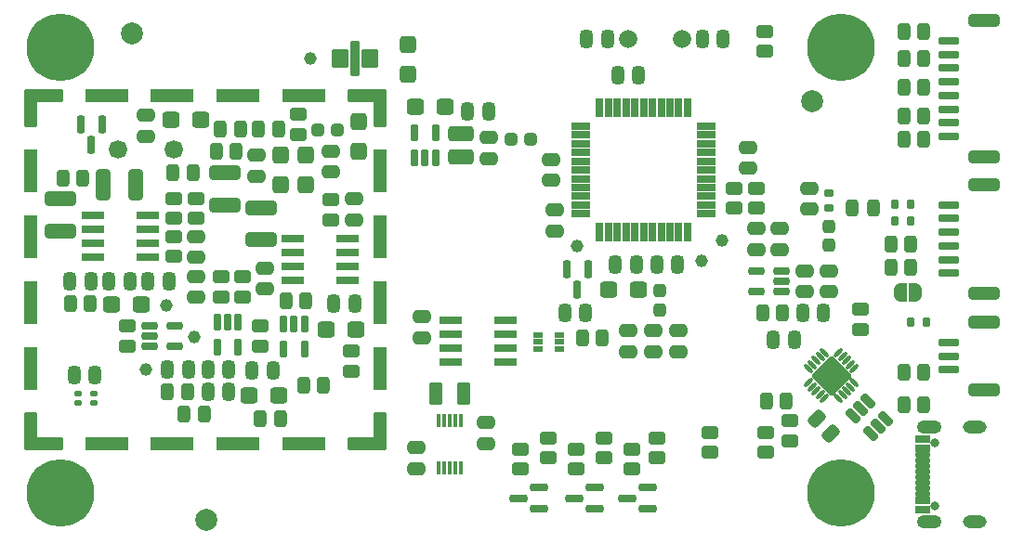
<source format=gbr>
%TF.GenerationSoftware,KiCad,Pcbnew,7.0.9-7.0.9~ubuntu23.04.1*%
%TF.CreationDate,2023-12-01T23:47:13+00:00*%
%TF.ProjectId,USTSIPIN02,55535453-4950-4494-9e30-322e6b696361,02A*%
%TF.SameCoordinates,Original*%
%TF.FileFunction,Soldermask,Bot*%
%TF.FilePolarity,Negative*%
%FSLAX46Y46*%
G04 Gerber Fmt 4.6, Leading zero omitted, Abs format (unit mm)*
G04 Created by KiCad (PCBNEW 7.0.9-7.0.9~ubuntu23.04.1) date 2023-12-01 23:47:13*
%MOMM*%
%LPD*%
G01*
G04 APERTURE LIST*
G04 Aperture macros list*
%AMRoundRect*
0 Rectangle with rounded corners*
0 $1 Rounding radius*
0 $2 $3 $4 $5 $6 $7 $8 $9 X,Y pos of 4 corners*
0 Add a 4 corners polygon primitive as box body*
4,1,4,$2,$3,$4,$5,$6,$7,$8,$9,$2,$3,0*
0 Add four circle primitives for the rounded corners*
1,1,$1+$1,$2,$3*
1,1,$1+$1,$4,$5*
1,1,$1+$1,$6,$7*
1,1,$1+$1,$8,$9*
0 Add four rect primitives between the rounded corners*
20,1,$1+$1,$2,$3,$4,$5,0*
20,1,$1+$1,$4,$5,$6,$7,0*
20,1,$1+$1,$6,$7,$8,$9,0*
20,1,$1+$1,$8,$9,$2,$3,0*%
%AMFreePoly0*
4,1,38,0.551423,0.811284,0.578785,0.763892,0.580000,0.750000,0.580000,-0.750000,0.561284,-0.801423,0.513892,-0.828785,0.500000,-0.830000,0.000000,-0.830000,-0.013982,-0.824911,-0.071157,-0.824911,-0.093696,-0.821670,-0.230247,-0.781575,-0.250959,-0.772116,-0.370681,-0.695175,-0.387890,-0.680264,-0.481087,-0.572709,-0.493398,-0.553553,-0.552517,-0.424099,-0.558932,-0.402251,-0.579186,-0.261385,
-0.580000,-0.250000,-0.580000,0.250000,-0.579186,0.261385,-0.558932,0.402251,-0.552517,0.424099,-0.493398,0.553553,-0.481087,0.572709,-0.387890,0.680264,-0.370681,0.695175,-0.250959,0.772116,-0.230247,0.781575,-0.093696,0.821670,-0.071157,0.824911,-0.020602,0.824911,-0.013892,0.828785,0.000000,0.830000,0.500000,0.830000,0.551423,0.811284,0.551423,0.811284,$1*%
%AMFreePoly1*
4,1,38,0.013982,0.824911,0.071157,0.824911,0.093696,0.821670,0.230247,0.781575,0.250959,0.772116,0.370681,0.695175,0.387890,0.680264,0.481087,0.572709,0.493398,0.553553,0.552517,0.424099,0.558932,0.402251,0.579186,0.261385,0.580000,0.250000,0.580000,-0.250000,0.579186,-0.261385,0.558932,-0.402251,0.552517,-0.424099,0.493398,-0.553553,0.481087,-0.572709,0.387890,-0.680264,
0.370681,-0.695175,0.250959,-0.772116,0.230247,-0.781575,0.093696,-0.821670,0.071157,-0.824911,0.020602,-0.824911,0.013892,-0.828785,0.000000,-0.830000,-0.500000,-0.830000,-0.551423,-0.811284,-0.578785,-0.763892,-0.580000,-0.750000,-0.580000,0.750000,-0.561284,0.801423,-0.513892,0.828785,-0.500000,0.830000,0.000000,0.830000,0.013982,0.824911,0.013982,0.824911,$1*%
G04 Aperture macros list end*
%ADD10C,6.160000*%
%ADD11C,1.684000*%
%ADD12C,1.660000*%
%ADD13RoundRect,0.330000X0.250000X0.475000X-0.250000X0.475000X-0.250000X-0.475000X0.250000X-0.475000X0*%
%ADD14RoundRect,0.330000X1.100000X-0.325000X1.100000X0.325000X-1.100000X0.325000X-1.100000X-0.325000X0*%
%ADD15RoundRect,0.330000X-0.250000X-0.475000X0.250000X-0.475000X0.250000X0.475000X-0.250000X0.475000X0*%
%ADD16RoundRect,0.330000X0.450000X0.425000X-0.450000X0.425000X-0.450000X-0.425000X0.450000X-0.425000X0*%
%ADD17RoundRect,0.330000X0.475000X-0.250000X0.475000X0.250000X-0.475000X0.250000X-0.475000X-0.250000X0*%
%ADD18RoundRect,0.330000X-0.450000X0.262500X-0.450000X-0.262500X0.450000X-0.262500X0.450000X0.262500X0*%
%ADD19RoundRect,0.330000X0.262500X0.450000X-0.262500X0.450000X-0.262500X-0.450000X0.262500X-0.450000X0*%
%ADD20RoundRect,0.330000X0.450000X-0.262500X0.450000X0.262500X-0.450000X0.262500X-0.450000X-0.262500X0*%
%ADD21RoundRect,0.230000X-0.825000X-0.150000X0.825000X-0.150000X0.825000X0.150000X-0.825000X0.150000X0*%
%ADD22RoundRect,0.230000X-0.150000X0.512500X-0.150000X-0.512500X0.150000X-0.512500X0.150000X0.512500X0*%
%ADD23RoundRect,0.330000X-0.475000X0.250000X-0.475000X-0.250000X0.475000X-0.250000X0.475000X0.250000X0*%
%ADD24RoundRect,0.230000X-0.512500X-0.150000X0.512500X-0.150000X0.512500X0.150000X-0.512500X0.150000X0*%
%ADD25RoundRect,0.330000X-0.425000X0.450000X-0.425000X-0.450000X0.425000X-0.450000X0.425000X0.450000X0*%
%ADD26RoundRect,0.323750X-0.243750X-0.456250X0.243750X-0.456250X0.243750X0.456250X-0.243750X0.456250X0*%
%ADD27RoundRect,0.330000X-0.850000X0.375000X-0.850000X-0.375000X0.850000X-0.375000X0.850000X0.375000X0*%
%ADD28RoundRect,0.330000X0.425000X-0.450000X0.425000X0.450000X-0.425000X0.450000X-0.425000X-0.450000X0*%
%ADD29RoundRect,0.330000X-0.450000X-0.425000X0.450000X-0.425000X0.450000X0.425000X-0.450000X0.425000X0*%
%ADD30RoundRect,0.080000X0.650000X0.750000X-0.650000X0.750000X-0.650000X-0.750000X0.650000X-0.750000X0*%
%ADD31RoundRect,0.080000X0.350000X1.500000X-0.350000X1.500000X-0.350000X-1.500000X0.350000X-1.500000X0*%
%ADD32RoundRect,0.230000X0.150000X-0.512500X0.150000X0.512500X-0.150000X0.512500X-0.150000X-0.512500X0*%
%ADD33RoundRect,0.080000X-0.275000X0.750000X-0.275000X-0.750000X0.275000X-0.750000X0.275000X0.750000X0*%
%ADD34RoundRect,0.080000X0.750000X0.275000X-0.750000X0.275000X-0.750000X-0.275000X0.750000X-0.275000X0*%
%ADD35RoundRect,0.317500X0.237500X-0.287500X0.237500X0.287500X-0.237500X0.287500X-0.237500X-0.287500X0*%
%ADD36RoundRect,0.080000X-0.125000X0.550000X-0.125000X-0.550000X0.125000X-0.550000X0.125000X0.550000X0*%
%ADD37RoundRect,0.080000X-0.500000X-0.900000X0.500000X-0.900000X0.500000X0.900000X-0.500000X0.900000X0*%
%ADD38RoundRect,0.330000X-1.100000X0.325000X-1.100000X-0.325000X1.100000X-0.325000X1.100000X0.325000X0*%
%ADD39RoundRect,0.330000X-0.262500X-0.450000X0.262500X-0.450000X0.262500X0.450000X-0.262500X0.450000X0*%
%ADD40RoundRect,0.080000X-0.500000X-0.500000X0.500000X-0.500000X0.500000X0.500000X-0.500000X0.500000X0*%
%ADD41RoundRect,0.080000X-0.500000X-1.150000X0.500000X-1.150000X0.500000X1.150000X-0.500000X1.150000X0*%
%ADD42RoundRect,0.080000X-0.500000X-1.900000X0.500000X-1.900000X0.500000X1.900000X-0.500000X1.900000X0*%
%ADD43RoundRect,0.080000X-1.150000X-0.500000X1.150000X-0.500000X1.150000X0.500000X-1.150000X0.500000X0*%
%ADD44RoundRect,0.080000X-1.900000X-0.500000X1.900000X-0.500000X1.900000X0.500000X-1.900000X0.500000X0*%
%ADD45RoundRect,0.230000X-0.700000X0.150000X-0.700000X-0.150000X0.700000X-0.150000X0.700000X0.150000X0*%
%ADD46RoundRect,0.330000X-1.100000X0.250000X-1.100000X-0.250000X1.100000X-0.250000X1.100000X0.250000X0*%
%ADD47RoundRect,0.230000X0.587500X0.150000X-0.587500X0.150000X-0.587500X-0.150000X0.587500X-0.150000X0*%
%ADD48C,2.000000*%
%ADD49RoundRect,0.317500X-0.237500X0.287500X-0.237500X-0.287500X0.237500X-0.287500X0.237500X0.287500X0*%
%ADD50RoundRect,0.330000X-0.325000X-1.100000X0.325000X-1.100000X0.325000X1.100000X-0.325000X1.100000X0*%
%ADD51RoundRect,0.230000X-0.150000X0.587500X-0.150000X-0.587500X0.150000X-0.587500X0.150000X0.587500X0*%
%ADD52RoundRect,0.230000X0.150000X0.200000X-0.150000X0.200000X-0.150000X-0.200000X0.150000X-0.200000X0*%
%ADD53C,1.160000*%
%ADD54C,0.810000*%
%ADD55RoundRect,0.080000X-0.575000X0.300000X-0.575000X-0.300000X0.575000X-0.300000X0.575000X0.300000X0*%
%ADD56RoundRect,0.080000X-0.575000X0.150000X-0.575000X-0.150000X0.575000X-0.150000X0.575000X0.150000X0*%
%ADD57O,2.160000X1.160000*%
%ADD58O,2.260000X1.210000*%
%ADD59RoundRect,0.230000X-0.468458X0.256326X0.256326X-0.468458X0.468458X-0.256326X-0.256326X0.468458X0*%
%ADD60FreePoly0,0.000000*%
%ADD61FreePoly1,0.000000*%
%ADD62RoundRect,0.080000X-0.250000X-0.150000X0.250000X-0.150000X0.250000X0.150000X-0.250000X0.150000X0*%
%ADD63RoundRect,0.142500X0.203293X0.291682X-0.291682X-0.203293X-0.203293X-0.291682X0.291682X0.203293X0*%
%ADD64RoundRect,0.142500X-0.203293X0.291682X-0.291682X0.203293X0.203293X-0.291682X0.291682X-0.203293X0*%
%ADD65RoundRect,0.080000X0.000000X1.767767X-1.767767X0.000000X0.000000X-1.767767X1.767767X0.000000X0*%
%ADD66RoundRect,0.317500X0.287500X0.237500X-0.287500X0.237500X-0.287500X-0.237500X0.287500X-0.237500X0*%
%ADD67RoundRect,0.317500X-0.287500X-0.237500X0.287500X-0.237500X0.287500X0.237500X-0.287500X0.237500X0*%
%ADD68RoundRect,0.230000X-0.200000X0.150000X-0.200000X-0.150000X0.200000X-0.150000X0.200000X0.150000X0*%
%ADD69RoundRect,0.230000X0.512500X0.150000X-0.512500X0.150000X-0.512500X-0.150000X0.512500X-0.150000X0*%
%ADD70RoundRect,0.330000X-0.512652X-0.159099X-0.159099X-0.512652X0.512652X0.159099X0.159099X0.512652X0*%
%ADD71RoundRect,0.080000X0.325000X0.200000X-0.325000X0.200000X-0.325000X-0.200000X0.325000X-0.200000X0*%
%ADD72RoundRect,0.230000X0.825000X0.150000X-0.825000X0.150000X-0.825000X-0.150000X0.825000X-0.150000X0*%
G04 APERTURE END LIST*
D10*
%TO.C,M2*%
X174972341Y-78676927D03*
%TD*%
%TO.C,M3*%
X103852341Y-78676927D03*
%TD*%
%TO.C,M4*%
X103852341Y-119316927D03*
%TD*%
D11*
%TO.C,D2*%
X114132341Y-87996927D03*
X109132341Y-87996927D03*
%TD*%
D10*
%TO.C,M1*%
X174972341Y-119316927D03*
%TD*%
D12*
%TO.C,Y1*%
X155580541Y-77965727D03*
X160460541Y-77965727D03*
%TD*%
D13*
%TO.C,C1*%
X142851541Y-84518927D03*
X140951541Y-84518927D03*
%TD*%
D14*
%TO.C,C3*%
X103852341Y-95493527D03*
X103852341Y-92543527D03*
%TD*%
D13*
%TO.C,C4*%
X107012140Y-108623527D03*
X105112140Y-108623527D03*
%TD*%
%TO.C,C5*%
X106605741Y-100012927D03*
X104705741Y-100012927D03*
%TD*%
D15*
%TO.C,C6*%
X111843141Y-100012927D03*
X113743141Y-100012927D03*
%TD*%
D16*
%TO.C,C7*%
X130780141Y-104457927D03*
X128080141Y-104457927D03*
%TD*%
%TO.C,C8*%
X123769741Y-110426927D03*
X121069741Y-110426927D03*
%TD*%
D15*
%TO.C,C9*%
X117278741Y-110096727D03*
X119178741Y-110096727D03*
%TD*%
D13*
%TO.C,C10*%
X110187141Y-100012927D03*
X108287141Y-100012927D03*
%TD*%
D16*
%TO.C,C11*%
X111171341Y-102146527D03*
X108471341Y-102146527D03*
%TD*%
D13*
%TO.C,C12*%
X130659541Y-102044927D03*
X128759541Y-102044927D03*
%TD*%
%TO.C,C13*%
X123217341Y-108217127D03*
X121317341Y-108217127D03*
%TD*%
D15*
%TO.C,C14*%
X117278741Y-108064727D03*
X119178741Y-108064727D03*
%TD*%
D17*
%TO.C,C15*%
X116222141Y-97864127D03*
X116222141Y-95964127D03*
%TD*%
%TO.C,C16*%
X116222141Y-101496327D03*
X116222141Y-99596327D03*
%TD*%
D14*
%TO.C,C17*%
X122140341Y-96280927D03*
X122140341Y-93330927D03*
%TD*%
D17*
%TO.C,C18*%
X122495941Y-100759727D03*
X122495941Y-98859727D03*
%TD*%
%TO.C,C19*%
X130623941Y-94435127D03*
X130623941Y-92535127D03*
%TD*%
D18*
%TO.C,R3*%
X130369941Y-106415627D03*
X130369941Y-108240627D03*
%TD*%
D19*
%TO.C,R4*%
X123891041Y-112560527D03*
X122066041Y-112560527D03*
%TD*%
%TO.C,R5*%
X116956841Y-112154127D03*
X115131841Y-112154127D03*
%TD*%
%TO.C,R6*%
X106568241Y-102095727D03*
X104743241Y-102095727D03*
%TD*%
D18*
%TO.C,R7*%
X114190141Y-92496427D03*
X114190141Y-94321427D03*
%TD*%
D20*
%TO.C,R8*%
X116196741Y-94321427D03*
X116196741Y-92496427D03*
%TD*%
%TO.C,R9*%
X114190141Y-97801227D03*
X114190141Y-95976227D03*
%TD*%
D18*
%TO.C,R10*%
X118457341Y-99659227D03*
X118457341Y-101484227D03*
%TD*%
D20*
%TO.C,R11*%
X120438541Y-101458827D03*
X120438541Y-99633827D03*
%TD*%
%TO.C,R12*%
X122064141Y-105980027D03*
X122064141Y-104155027D03*
%TD*%
D19*
%TO.C,R13*%
X126227841Y-101867127D03*
X124402841Y-101867127D03*
%TD*%
D21*
%TO.C,U1*%
X106812941Y-97853927D03*
X106812941Y-96583927D03*
X106812941Y-95313927D03*
X106812941Y-94043927D03*
X111762941Y-94043927D03*
X111762941Y-95313927D03*
X111762941Y-96583927D03*
X111762941Y-97853927D03*
%TD*%
D22*
%TO.C,U4*%
X124187541Y-103955427D03*
X125137541Y-103955427D03*
X126087541Y-103955427D03*
X126087541Y-106230427D03*
X124187541Y-106230427D03*
%TD*%
%TO.C,U5*%
X118116941Y-103803027D03*
X119066941Y-103803027D03*
X120016941Y-103803027D03*
X120016941Y-106078027D03*
X118116941Y-106078027D03*
%TD*%
D18*
%TO.C,R2*%
X109922941Y-104155027D03*
X109922941Y-105980027D03*
%TD*%
D21*
%TO.C,U2*%
X125050141Y-99987527D03*
X125050141Y-98717527D03*
X125050141Y-97447527D03*
X125050141Y-96177527D03*
X130000141Y-96177527D03*
X130000141Y-97447527D03*
X130000141Y-98717527D03*
X130000141Y-99987527D03*
%TD*%
D19*
%TO.C,R1*%
X127828041Y-109537927D03*
X126003041Y-109537927D03*
%TD*%
D23*
%TO.C,C2*%
X121733941Y-88572727D03*
X121733941Y-90472727D03*
%TD*%
D24*
%TO.C,U3*%
X112011241Y-106017527D03*
X112011241Y-105067527D03*
X112011241Y-104117527D03*
X114286241Y-104117527D03*
X114286241Y-106017527D03*
%TD*%
D25*
%TO.C,C21*%
X126204341Y-88553727D03*
X126204341Y-91253727D03*
%TD*%
D26*
%TO.C,F2*%
X176016041Y-93358127D03*
X177891041Y-93358127D03*
%TD*%
D27*
%TO.C,L3*%
X140377541Y-86568127D03*
X140377541Y-88718127D03*
%TD*%
D28*
%TO.C,C50*%
X135500741Y-81195327D03*
X135500741Y-78495327D03*
%TD*%
D29*
%TO.C,C42*%
X136182741Y-84112527D03*
X138882741Y-84112527D03*
%TD*%
D30*
%TO.C,C52*%
X131999341Y-79692927D03*
D31*
X130649341Y-79692927D03*
D30*
X129299341Y-79692927D03*
%TD*%
D15*
%TO.C,C44*%
X154413541Y-98535727D03*
X156313541Y-98535727D03*
%TD*%
D29*
%TO.C,C40*%
X153828141Y-100821727D03*
X156528141Y-100821727D03*
%TD*%
D13*
%TO.C,C31*%
X160065141Y-98535727D03*
X158165141Y-98535727D03*
%TD*%
D23*
%TO.C,C27*%
X157903541Y-104549327D03*
X157903541Y-106449327D03*
%TD*%
D32*
%TO.C,U8*%
X138025541Y-88780627D03*
X137075541Y-88780627D03*
X136125541Y-88780627D03*
X136125541Y-86505627D03*
X138025541Y-86505627D03*
%TD*%
D33*
%TO.C,U10*%
X152989141Y-84203727D03*
X153789141Y-84203727D03*
X154589141Y-84203727D03*
X155389141Y-84203727D03*
X156189141Y-84203727D03*
X156989141Y-84203727D03*
X157789141Y-84203727D03*
X158589141Y-84203727D03*
X159389141Y-84203727D03*
X160189141Y-84203727D03*
X160989141Y-84203727D03*
D34*
X162689141Y-85903727D03*
X162689141Y-86703727D03*
X162689141Y-87503727D03*
X162689141Y-88303727D03*
X162689141Y-89103727D03*
X162689141Y-89903727D03*
X162689141Y-90703727D03*
X162689141Y-91503727D03*
X162689141Y-92303727D03*
X162689141Y-93103727D03*
X162689141Y-93903727D03*
D33*
X160989141Y-95603727D03*
X160189141Y-95603727D03*
X159389141Y-95603727D03*
X158589141Y-95603727D03*
X157789141Y-95603727D03*
X156989141Y-95603727D03*
X156189141Y-95603727D03*
X155389141Y-95603727D03*
X154589141Y-95603727D03*
X153789141Y-95603727D03*
X152989141Y-95603727D03*
D34*
X151289141Y-93903727D03*
X151289141Y-93103727D03*
X151289141Y-92303727D03*
X151289141Y-91503727D03*
X151289141Y-90703727D03*
X151289141Y-89903727D03*
X151289141Y-89103727D03*
X151289141Y-88303727D03*
X151289141Y-87503727D03*
X151289141Y-86703727D03*
X151289141Y-85903727D03*
%TD*%
D20*
%TO.C,R20*%
X165218741Y-93407027D03*
X165218741Y-91582027D03*
%TD*%
D19*
%TO.C,R23*%
X169638841Y-102932927D03*
X167813841Y-102932927D03*
%TD*%
D23*
%TO.C,C26*%
X155617541Y-104549327D03*
X155617541Y-106449327D03*
%TD*%
%TO.C,C28*%
X160138741Y-104549327D03*
X160138741Y-106449327D03*
%TD*%
D13*
%TO.C,C30*%
X153671941Y-77965727D03*
X151771941Y-77965727D03*
%TD*%
D15*
%TO.C,C33*%
X162338341Y-77965727D03*
X164238341Y-77965727D03*
%TD*%
%TO.C,C34*%
X154609141Y-81263727D03*
X156509141Y-81263727D03*
%TD*%
D17*
%TO.C,C35*%
X148556341Y-90853727D03*
X148556341Y-88953727D03*
%TD*%
%TO.C,C39*%
X166481142Y-89732127D03*
X166481142Y-87832127D03*
%TD*%
D15*
%TO.C,C43*%
X171456341Y-102952927D03*
X173356341Y-102952927D03*
%TD*%
D17*
%TO.C,C47*%
X136307141Y-117128927D03*
X136307141Y-115228927D03*
%TD*%
D35*
%TO.C,L1*%
X158462341Y-102665927D03*
X158462341Y-100915927D03*
%TD*%
D20*
%TO.C,R21*%
X167250741Y-93407027D03*
X167250741Y-91582027D03*
%TD*%
D36*
%TO.C,U11*%
X138304341Y-112758927D03*
X138804341Y-112758927D03*
X139304341Y-112758927D03*
X139804341Y-112758927D03*
X140304341Y-112758927D03*
X140304341Y-117058927D03*
X139804341Y-117058927D03*
X139304341Y-117058927D03*
X138804341Y-117058927D03*
X138304341Y-117058927D03*
%TD*%
D37*
%TO.C,Y2*%
X140554341Y-110336927D03*
X138054341Y-110336927D03*
%TD*%
D25*
%TO.C,C23*%
X123892941Y-88579127D03*
X123892941Y-91279127D03*
%TD*%
D38*
%TO.C,C24*%
X118838341Y-90155927D03*
X118838341Y-93105927D03*
%TD*%
D23*
%TO.C,C32*%
X142866741Y-86972527D03*
X142866741Y-88872527D03*
%TD*%
%TO.C,C54*%
X128490341Y-88192927D03*
X128490341Y-90092927D03*
%TD*%
D20*
%TO.C,R15*%
X125518541Y-86650627D03*
X125518541Y-84825627D03*
%TD*%
D39*
%TO.C,R19*%
X121888241Y-86169927D03*
X123713241Y-86169927D03*
%TD*%
%TO.C,R22*%
X118027441Y-88201927D03*
X119852441Y-88201927D03*
%TD*%
D40*
%TO.C,M8*%
X101144341Y-83096927D03*
D41*
X101144341Y-84746927D03*
D42*
X101144341Y-89996927D03*
X101144341Y-95996927D03*
X101144341Y-101996927D03*
X101144341Y-107996927D03*
D41*
X101144341Y-113246927D03*
D40*
X101144341Y-114896927D03*
D43*
X102794341Y-83096927D03*
X102794341Y-114896927D03*
D44*
X108044341Y-83096927D03*
X108044341Y-114896927D03*
X114044341Y-83096927D03*
X114044341Y-114896927D03*
X120044341Y-83096927D03*
X120044341Y-114896927D03*
X126044341Y-83096927D03*
X126044341Y-114896927D03*
D43*
X131294341Y-83096927D03*
X131294341Y-114896927D03*
D40*
X132944341Y-83096927D03*
D41*
X132944341Y-84746927D03*
D42*
X132944341Y-89996927D03*
X132944341Y-95996927D03*
X132944341Y-101996927D03*
X132944341Y-107996927D03*
D41*
X132944341Y-113246927D03*
D40*
X132944341Y-114896927D03*
%TD*%
D45*
%TO.C,J3*%
X184806341Y-93077927D03*
X184806341Y-94327927D03*
X184806341Y-95577927D03*
X184806341Y-96827927D03*
X184806341Y-98077927D03*
X184806341Y-99327927D03*
D46*
X188006341Y-91227927D03*
X188006341Y-101177927D03*
%TD*%
D47*
%TO.C,Q2*%
X147461841Y-118874927D03*
X147461841Y-120774927D03*
X145586841Y-119824927D03*
%TD*%
D48*
%TO.C,FID3*%
X110405541Y-77432327D03*
%TD*%
D18*
%TO.C,R37*%
X158208341Y-114340427D03*
X158208341Y-116165427D03*
%TD*%
D49*
%TO.C,L2*%
X173905541Y-95023127D03*
X173905541Y-96773127D03*
%TD*%
D39*
%TO.C,R39*%
X113607841Y-110122127D03*
X115432841Y-110122127D03*
%TD*%
D19*
%TO.C,R49*%
X153228041Y-105194527D03*
X151403041Y-105194527D03*
%TD*%
D17*
%TO.C,C59*%
X111650141Y-86840527D03*
X111650141Y-84940527D03*
%TD*%
D45*
%TO.C,J1*%
X184806341Y-78111927D03*
X184806341Y-79361927D03*
X184806341Y-80611927D03*
X184806341Y-81861927D03*
X184806341Y-83111927D03*
X184806341Y-84361927D03*
X184806341Y-85611927D03*
X184806341Y-86861927D03*
D46*
X188006341Y-76261927D03*
X188006341Y-88711927D03*
%TD*%
D18*
%TO.C,R42*%
X153382341Y-114340427D03*
X153382341Y-116165427D03*
%TD*%
D23*
%TO.C,C29*%
X148906341Y-93552927D03*
X148906341Y-95452927D03*
%TD*%
D20*
%TO.C,R44*%
X150842341Y-117181427D03*
X150842341Y-115356427D03*
%TD*%
%TO.C,R28*%
X168114341Y-115657427D03*
X168114341Y-113832427D03*
%TD*%
D39*
%TO.C,R47*%
X180714641Y-87058927D03*
X182539641Y-87058927D03*
%TD*%
D50*
%TO.C,C37*%
X107711341Y-91249927D03*
X110661341Y-91249927D03*
%TD*%
D51*
%TO.C,U16*%
X149993941Y-98923027D03*
X151893941Y-98923027D03*
X150943941Y-100798027D03*
%TD*%
D45*
%TO.C,J7*%
X184806341Y-105620927D03*
X184806341Y-106870927D03*
X184806341Y-108120927D03*
D46*
X188006341Y-103770927D03*
X188006341Y-109970927D03*
%TD*%
D52*
%TO.C,D6*%
X179911141Y-93053327D03*
X181311141Y-93053327D03*
%TD*%
D53*
%TO.C,TP3*%
X126636141Y-79692927D03*
%TD*%
%TO.C,TP4*%
X116018941Y-105118327D03*
%TD*%
D13*
%TO.C,C48*%
X170696341Y-105362927D03*
X168796341Y-105362927D03*
%TD*%
D51*
%TO.C,Q1*%
X105721741Y-85765827D03*
X107621741Y-85765827D03*
X106671741Y-87640827D03*
%TD*%
D54*
%TO.C,J4*%
X183484341Y-114764427D03*
X183484341Y-120544427D03*
D55*
X182409341Y-114454427D03*
X182409341Y-115254427D03*
D56*
X182409341Y-116404427D03*
X182409341Y-117404427D03*
X182409341Y-117904427D03*
X182409341Y-118904427D03*
D55*
X182409341Y-120854427D03*
X182409341Y-120054427D03*
D56*
X182409341Y-119404427D03*
X182409341Y-118404427D03*
X182409341Y-116904427D03*
X182409341Y-115904427D03*
D57*
X187164341Y-113334427D03*
X187164341Y-121974427D03*
D58*
X182984341Y-113334427D03*
X182984341Y-121974427D03*
%TD*%
D39*
%TO.C,R46*%
X180714641Y-84976127D03*
X182539641Y-84976127D03*
%TD*%
D19*
%TO.C,R27*%
X169992041Y-110934927D03*
X168167041Y-110934927D03*
%TD*%
D39*
%TO.C,R34*%
X179495441Y-98742927D03*
X181320441Y-98742927D03*
%TD*%
D25*
%TO.C,C55*%
X131004941Y-85531127D03*
X131004941Y-88231127D03*
%TD*%
D39*
%TO.C,R41*%
X180714641Y-79743727D03*
X182539641Y-79743727D03*
%TD*%
D20*
%TO.C,R43*%
X155922341Y-117181427D03*
X155922341Y-115356427D03*
%TD*%
D19*
%TO.C,R30*%
X182539641Y-111341327D03*
X180714641Y-111341327D03*
%TD*%
D48*
%TO.C,FID5*%
X172381541Y-83604527D03*
%TD*%
D53*
%TO.C,TP7*%
X162297741Y-98184127D03*
%TD*%
D39*
%TO.C,R45*%
X180714641Y-82385327D03*
X182539641Y-82385327D03*
%TD*%
D53*
%TO.C,TP6*%
X164101141Y-96304527D03*
%TD*%
%TO.C,TP1*%
X111599341Y-108115527D03*
%TD*%
D59*
%TO.C,U7*%
X176094156Y-112326344D03*
X176765907Y-111654593D03*
X177437658Y-110982842D03*
X179046326Y-112591510D03*
X178374575Y-113263261D03*
X177702824Y-113935012D03*
%TD*%
D19*
%TO.C,R14*%
X105907841Y-90614927D03*
X104082841Y-90614927D03*
%TD*%
D60*
%TO.C,JP1*%
X180418341Y-101079727D03*
D61*
X181718341Y-101079727D03*
%TD*%
D39*
%TO.C,R40*%
X118433841Y-86169927D03*
X120258841Y-86169927D03*
%TD*%
D62*
%TO.C,U15*%
X105463741Y-111131727D03*
X105463741Y-110331727D03*
X106863741Y-110331727D03*
X106863741Y-111131727D03*
%TD*%
D20*
%TO.C,R29*%
X163034341Y-115657427D03*
X163034341Y-113832427D03*
%TD*%
D52*
%TO.C,D11*%
X181333541Y-103772127D03*
X182733541Y-103772127D03*
%TD*%
D17*
%TO.C,C49*%
X169384341Y-97152927D03*
X169384341Y-95252927D03*
%TD*%
D19*
%TO.C,R31*%
X182539641Y-108344127D03*
X180714641Y-108344127D03*
%TD*%
D17*
%TO.C,C60*%
X142606341Y-114842927D03*
X142606341Y-112942927D03*
%TD*%
%TO.C,C38*%
X172096341Y-93452927D03*
X172096341Y-91552927D03*
%TD*%
D47*
%TO.C,Q3*%
X157367841Y-118874927D03*
X157367841Y-120774927D03*
X155492841Y-119824927D03*
%TD*%
D63*
%TO.C,U9*%
X174746254Y-106571801D03*
X175099807Y-106925354D03*
X175453360Y-107278908D03*
X175806914Y-107632461D03*
X176160467Y-107986014D03*
D64*
X176160467Y-109311840D03*
X175806914Y-109665393D03*
X175453360Y-110018946D03*
X175099807Y-110372500D03*
X174746254Y-110726053D03*
D63*
X173420428Y-110726053D03*
X173066875Y-110372500D03*
X172713322Y-110018946D03*
X172359768Y-109665393D03*
X172006215Y-109311840D03*
D64*
X172006215Y-107986014D03*
X172359768Y-107632461D03*
X172713322Y-107278908D03*
X173066875Y-106925354D03*
X173420428Y-106571801D03*
D65*
X174083341Y-108648927D03*
%TD*%
D39*
%TO.C,R16*%
X114115841Y-90132327D03*
X115940841Y-90132327D03*
%TD*%
D23*
%TO.C,C46*%
X171670341Y-99113727D03*
X171670341Y-101013727D03*
%TD*%
D29*
%TO.C,C53*%
X113932341Y-85280927D03*
X116632341Y-85280927D03*
%TD*%
D66*
%TO.C,L4*%
X146688141Y-87058927D03*
X144938141Y-87058927D03*
%TD*%
D23*
%TO.C,C41*%
X173854741Y-99113727D03*
X173854741Y-101013727D03*
%TD*%
D48*
%TO.C,FID4*%
X117156341Y-121832927D03*
%TD*%
D67*
%TO.C,L5*%
X127335941Y-86246127D03*
X129085941Y-86246127D03*
%TD*%
D20*
%TO.C,R36*%
X145762341Y-117181427D03*
X145762341Y-115356427D03*
%TD*%
D68*
%TO.C,D1*%
X173905541Y-93397727D03*
X173905541Y-91997727D03*
%TD*%
D15*
%TO.C,C56*%
X149790741Y-102908527D03*
X151690741Y-102908527D03*
%TD*%
D20*
%TO.C,R26*%
X170349541Y-114590627D03*
X170349541Y-112765627D03*
%TD*%
D69*
%TO.C,U12*%
X169505841Y-99113727D03*
X169505841Y-100063727D03*
X169505841Y-101013727D03*
X167230841Y-101013727D03*
X167230841Y-99113727D03*
%TD*%
D70*
%TO.C,C45*%
X172725790Y-112599976D03*
X174069292Y-113943478D03*
%TD*%
D47*
%TO.C,Q4*%
X152541841Y-118874927D03*
X152541841Y-120774927D03*
X150666841Y-119824927D03*
%TD*%
D39*
%TO.C,R32*%
X180714641Y-77254527D03*
X182539641Y-77254527D03*
%TD*%
D52*
%TO.C,D5*%
X179911141Y-94577327D03*
X181311141Y-94577327D03*
%TD*%
D17*
%TO.C,C51*%
X167250741Y-97152927D03*
X167250741Y-95252927D03*
%TD*%
D71*
%TO.C,U14*%
X149277741Y-104925527D03*
X149277741Y-105575527D03*
X149277741Y-106225527D03*
X147377741Y-106225527D03*
X147377741Y-105575527D03*
X147377741Y-104925527D03*
%TD*%
D18*
%TO.C,R50*%
X128464941Y-92625327D03*
X128464941Y-94450327D03*
%TD*%
D72*
%TO.C,U6*%
X144376541Y-103594327D03*
X144376541Y-104864327D03*
X144376541Y-106134327D03*
X144376541Y-107404327D03*
X139426541Y-107404327D03*
X139426541Y-106134327D03*
X139426541Y-104864327D03*
X139426541Y-103594327D03*
%TD*%
D20*
%TO.C,R48*%
X176750341Y-104430627D03*
X176750341Y-102605627D03*
%TD*%
D53*
%TO.C,TP5*%
X150943941Y-96863327D03*
%TD*%
D23*
%TO.C,C36*%
X136770741Y-103279327D03*
X136770741Y-105179327D03*
%TD*%
D13*
%TO.C,C20*%
X115495741Y-108064727D03*
X113595741Y-108064727D03*
%TD*%
D18*
%TO.C,R38*%
X168063541Y-77256427D03*
X168063541Y-79081427D03*
%TD*%
%TO.C,R35*%
X148302341Y-114340427D03*
X148302341Y-116165427D03*
%TD*%
D53*
%TO.C,TP2*%
X113504341Y-102248127D03*
%TD*%
D39*
%TO.C,R33*%
X179495441Y-96660127D03*
X181320441Y-96660127D03*
%TD*%
M02*

</source>
